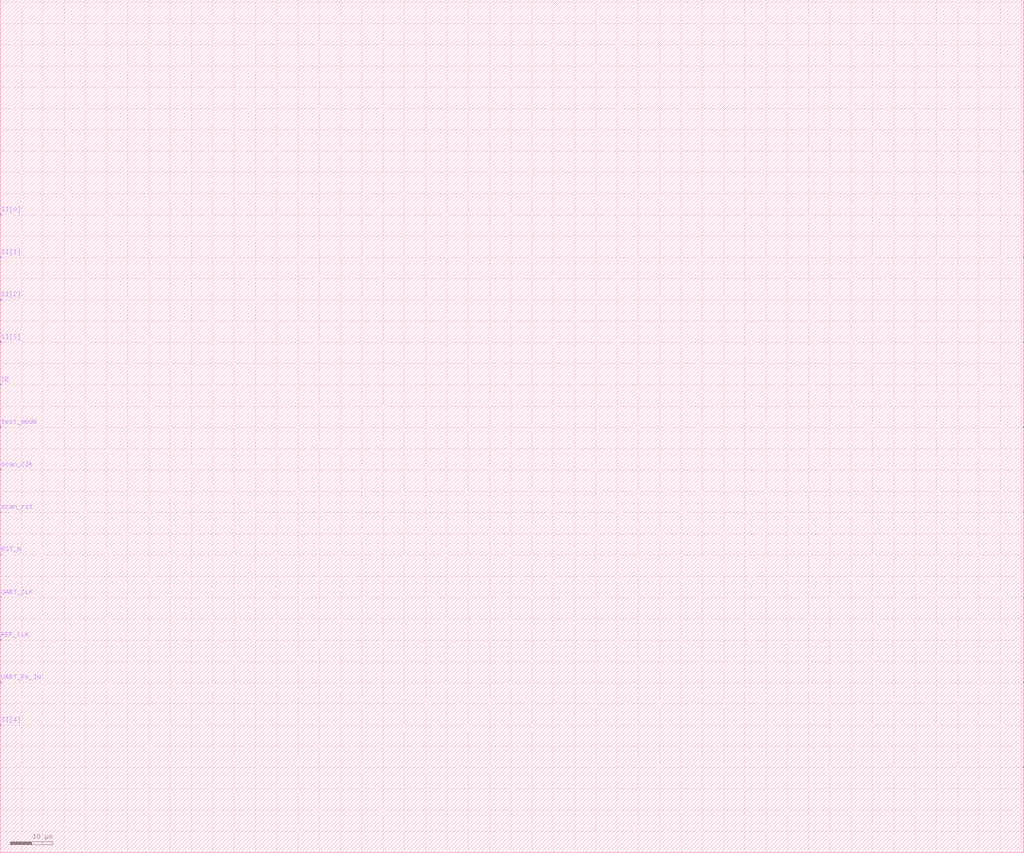
<source format=lef>

#******
# Preview export LEF
#
#	 Preview sub-version 5.10.41.500.3.38
#
# TECH LIB NAME: tsmc18
# TECH FILE NAME: techfile.cds
#******

VERSION 5.4 ;

NAMESCASESENSITIVE ON ;

DIVIDERCHAR "|" ;
BUSBITCHARS "[]" ;

UNITS
    DATABASE MICRONS 100  ;
END UNITS

MACRO SYS_TOP
    CLASS CORE ;
    FOREIGN SYS_TOP 0 0 ;
    ORIGIN 0.00 0.00 ;
    SIZE 240.6 BY 200.6 ;
    SYMMETRY X Y ;
    PIN SI[0]
        DIRECTION INPUT ;
        PORT
        LAYER METAL2 ;
        RECT  0.00 150 0.2 150.2 ;
        END
	AntennaGateArea 0.0 ;
    END SI[0]
    PIN SI[1]
        DIRECTION INPUT ;
        PORT
        LAYER METAL2 ;
        RECT  0.00 140 0.2 140.2 ;
        END
	AntennaGateArea 0.0 ;
    END SI[1]
    PIN SI[2]
        DIRECTION INPUT ;
        PORT
        LAYER METAL2 ;
        RECT  0.00 130 0.2 130.2 ;
        END
	AntennaGateArea 0.0 ;
    END SI[2]
    PIN SI[3]
        DIRECTION INPUT ;
        PORT
        LAYER METAL2 ;
        RECT  0.00 120 0.2 120.2 ;
        END
	AntennaGateArea 0.0 ;
    END SI[3]
    PIN SE
        DIRECTION INPUT ;
        PORT
        LAYER METAL2 ;
        RECT  0.00 110 0.2 110.2 ;
        END
	AntennaGateArea 0.0 ;
    END SE
    PIN test_mode
        DIRECTION INPUT ;
        PORT
        LAYER METAL2 ;
        RECT  0.00 100 0.2 100.2 ;
        END
	AntennaGateArea 0.0 ;
    END test_mode
    PIN scan_clk
        DIRECTION INPUT ;
        PORT
        LAYER METAL2 ;
        RECT  0.00 90 0.2 90.2 ;
        END
	AntennaGateArea 0.0 ;
    END scan_clk
    PIN scan_rst
        DIRECTION INPUT ;
        PORT
        LAYER METAL2 ;
        RECT  0.00 80 0.2 80.2 ;
        END
	AntennaGateArea 0.0 ;
    END scan_rst
    PIN RST_N
        DIRECTION INPUT ;
        PORT
        LAYER METAL2 ;
        RECT  0.00 70 0.2 70.2 ;
        END
	AntennaGateArea 0.0 ;
    END RST_N
    PIN UART_CLK
        DIRECTION INPUT ;
        PORT
        LAYER METAL2 ;
        RECT  0.00 60 0.2 60.2 ;
        END
	AntennaGateArea 0.0 ;
    END UART_CLK
    PIN REF_CLK
        DIRECTION INPUT ;
        PORT
        LAYER METAL2 ;
        RECT  0.00 50 0.2 50.2 ;
        END
	AntennaGateArea 0.0 ;
    END REF_CLK
    PIN UART_RX_IN
        DIRECTION INPUT ;
        PORT
        LAYER METAL2 ;
        RECT  0.00 40 0.2 40.2 ;
        END
	AntennaGateArea 0.0 ;
    END UART_RX_IN
    PIN SI[4]
        DIRECTION INPUT ;
        PORT
        LAYER METAL2 ;
        RECT  0.00 30 0.2 30.2 ;
        END
	AntennaGateArea 0.0 ;
    END SI[4]
    PIN SO[4]
        DIRECTION OUTPUT ;
        PORT
        LAYER METAL3 ;
        RECT  240.47 160 240.67 160.2 ; 
        END
	AntennaDiffArea 0.575 ;
    END SO[4]
    PIN SO[0]
        DIRECTION OUTPUT ;
        PORT
        LAYER METAL3 ;
        RECT  240.47 140 240.67 140.2 ; 
        END
	AntennaDiffArea 0.575 ;
    END SO[0]
    PIN SO[1]
        DIRECTION OUTPUT ;
        PORT
        LAYER METAL3 ;
        RECT  240.47 120 240.67 120.2 ; 
        END
	AntennaDiffArea 0.575 ;
    END SO[1]
    PIN SO[2]
        DIRECTION OUTPUT ;
        PORT
        LAYER METAL3 ;
        RECT  240.47 100 240.67 100.2 ; 
        END
	AntennaDiffArea 0.575 ;
    END SO[2]
    PIN SO[3]
        DIRECTION OUTPUT ;
        PORT
        LAYER METAL3 ;
        RECT  240.47 80 240.67 80.2 ; 
        END
	AntennaDiffArea 0.575 ;
    END SO[3]
    PIN UART_TX_O
        DIRECTION OUTPUT ;
        PORT
        LAYER METAL3 ;
        RECT  240.47 60 240.67 60.2 ; 
        END
	AntennaDiffArea 0.575 ;
    END UART_TX_O
    PIN parity_error
        DIRECTION OUTPUT ;
        PORT
        LAYER METAL3 ;
        RECT  240.47 40 240.67 40.2 ; 
        END
	AntennaDiffArea 0.575 ;
    END parity_error
    PIN framing_error
        DIRECTION OUTPUT ;
        PORT
        LAYER METAL3 ;
        RECT  240.47 20 240.67 20.2 ; 
        END
	AntennaDiffArea 0.575 ;
    END framing_error
END SYS_TOP

END LIBRARY


</source>
